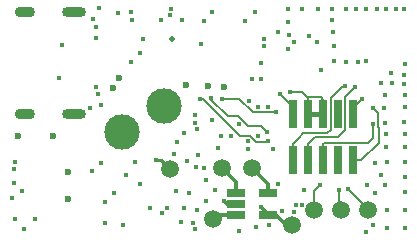
<source format=gbr>
%TF.GenerationSoftware,KiCad,Pcbnew,(5.1.9)-1*%
%TF.CreationDate,2021-05-29T14:53:35+02:00*%
%TF.ProjectId,Speed_sensor,53706565-645f-4736-956e-736f722e6b69,1.0*%
%TF.SameCoordinates,Original*%
%TF.FileFunction,Copper,L4,Bot*%
%TF.FilePolarity,Positive*%
%FSLAX46Y46*%
G04 Gerber Fmt 4.6, Leading zero omitted, Abs format (unit mm)*
G04 Created by KiCad (PCBNEW (5.1.9)-1) date 2021-05-29 14:53:35*
%MOMM*%
%LPD*%
G01*
G04 APERTURE LIST*
%TA.AperFunction,SMDPad,CuDef*%
%ADD10R,0.740000X2.400000*%
%TD*%
%TA.AperFunction,ComponentPad*%
%ADD11C,0.508000*%
%TD*%
%TA.AperFunction,ComponentPad*%
%ADD12C,3.000000*%
%TD*%
%TA.AperFunction,ComponentPad*%
%ADD13O,2.000000X0.900000*%
%TD*%
%TA.AperFunction,ComponentPad*%
%ADD14O,1.700000X0.900000*%
%TD*%
%TA.AperFunction,SMDPad,CuDef*%
%ADD15R,1.560000X0.650000*%
%TD*%
%TA.AperFunction,SMDPad,CuDef*%
%ADD16C,1.500000*%
%TD*%
%TA.AperFunction,ViaPad*%
%ADD17C,0.400000*%
%TD*%
%TA.AperFunction,ViaPad*%
%ADD18C,0.600000*%
%TD*%
%TA.AperFunction,Conductor*%
%ADD19C,0.250000*%
%TD*%
%TA.AperFunction,Conductor*%
%ADD20C,0.200000*%
%TD*%
%TA.AperFunction,Conductor*%
%ADD21C,0.150000*%
%TD*%
%TA.AperFunction,Conductor*%
%ADD22C,0.300000*%
%TD*%
%TA.AperFunction,Conductor*%
%ADD23C,0.400000*%
%TD*%
G04 APERTURE END LIST*
D10*
%TO.P,J2,10*%
%TO.N,~RESET~*%
X63000000Y-49890000D03*
%TO.P,J2,9*%
%TO.N,GND*%
X63000000Y-45990000D03*
%TO.P,J2,8*%
%TO.N,Net-(J2-Pad8)*%
X61730000Y-49890000D03*
%TO.P,J2,7*%
%TO.N,Net-(J2-Pad7)*%
X61730000Y-45990000D03*
%TO.P,J2,6*%
%TO.N,SWO*%
X60460000Y-49890000D03*
%TO.P,J2,5*%
%TO.N,GND*%
X60460000Y-45990000D03*
%TO.P,J2,4*%
%TO.N,SWDCLK*%
X59190000Y-49890000D03*
%TO.P,J2,3*%
%TO.N,GND*%
X59190000Y-45990000D03*
%TO.P,J2,2*%
%TO.N,SWDIO*%
X57920000Y-49890000D03*
%TO.P,J2,1*%
%TO.N,+3V0*%
X57920000Y-45990000D03*
%TD*%
D11*
%TO.P,U1,V*%
%TO.N,N/C*%
X47675800Y-39598600D03*
%TD*%
D12*
%TO.P,H17,1*%
%TO.N,+BATT*%
X43434000Y-47498000D03*
%TD*%
%TO.P,H18,1*%
%TO.N,GND*%
X46990000Y-45339000D03*
%TD*%
D13*
%TO.P,J1,S1*%
%TO.N,Net-(J1-PadS1)*%
X39395000Y-37336000D03*
X39395000Y-45976000D03*
D14*
X35225000Y-37336000D03*
X35225000Y-45976000D03*
%TD*%
D15*
%TO.P,U2,1*%
%TO.N,Net-(TP1-Pad1)*%
X53133000Y-54544000D03*
%TO.P,U2,2*%
%TO.N,GND*%
X53133000Y-53594000D03*
%TO.P,U2,3*%
%TO.N,Net-(TP2-Pad1)*%
X53133000Y-52644000D03*
%TO.P,U2,4*%
%TO.N,Net-(TP3-Pad1)*%
X55833000Y-52644000D03*
%TO.P,U2,5*%
%TO.N,+3V0*%
X55833000Y-54544000D03*
%TD*%
D16*
%TO.P,H1,1*%
%TO.N,+3V0*%
X57835800Y-55410100D03*
%TD*%
%TO.P,H3,1*%
%TO.N,BUCK_PGOOD*%
X47510000Y-50670000D03*
%TD*%
%TO.P,H6,1*%
%TO.N,AIN1*%
X59710000Y-54102000D03*
%TD*%
%TO.P,H7,1*%
%TO.N,AIN2*%
X61976000Y-54102000D03*
%TD*%
%TO.P,H8,1*%
%TO.N,AIN3*%
X64262000Y-54102000D03*
%TD*%
%TO.P,TP1,1*%
%TO.N,Net-(TP1-Pad1)*%
X51182001Y-54864000D03*
%TD*%
%TO.P,TP2,1*%
%TO.N,Net-(TP2-Pad1)*%
X51943000Y-50546000D03*
%TD*%
%TO.P,TP3,1*%
%TO.N,Net-(TP3-Pad1)*%
X54483000Y-50546000D03*
%TD*%
D17*
%TO.N,+5V*%
X41219700Y-43720302D03*
X41500000Y-37000000D03*
X43100000Y-37400000D03*
X44200000Y-37300000D03*
X44300000Y-38000000D03*
X38100000Y-42926000D03*
X38354000Y-40132000D03*
X41376600Y-44259500D03*
X41287700Y-39535100D03*
%TO.N,BUCK_PGOOD*%
X46355000Y-49911000D03*
%TO.N,SPI_01_CS*%
X56480000Y-45835840D03*
X51940000Y-44680000D03*
%TO.N,AIN1*%
X60255360Y-51963030D03*
%TO.N,AIN2*%
X61821635Y-52376765D03*
%TO.N,AIN3*%
X62598300Y-52324000D03*
%TO.N,SWDIO*%
X62300000Y-43600000D03*
%TO.N,SWDCLK*%
X63200000Y-43700000D03*
%TO.N,SWO*%
X64673000Y-46800000D03*
%TO.N,~RESET~*%
X64700000Y-45500000D03*
%TO.N,SPI_MISO*%
X51020000Y-44660000D03*
X55730000Y-47489840D03*
%TO.N,SPI_MOSI*%
X50040000Y-44740000D03*
X55830000Y-48300000D03*
%TO.N,+3V0*%
X49500000Y-55190000D03*
X48920000Y-49980000D03*
X47820000Y-49360000D03*
X48450000Y-55080000D03*
X46860000Y-54320000D03*
X47250000Y-53900000D03*
X48710000Y-53960000D03*
X48040000Y-52510000D03*
X55245000Y-53848000D03*
X49657000Y-55753000D03*
X53340000Y-46863000D03*
X52705000Y-47879000D03*
X51816000Y-47879000D03*
X51562000Y-48895000D03*
X64897000Y-50165000D03*
X65405000Y-51181000D03*
X56642000Y-51943000D03*
X55820000Y-45400000D03*
X56850000Y-44320000D03*
%TO.N,GND*%
X41021000Y-37973000D03*
X40767000Y-45466000D03*
X45250000Y-39650601D03*
X50130000Y-40050600D03*
X44210000Y-41600000D03*
X44940000Y-40790000D03*
X46750000Y-38060000D03*
X47530000Y-37570000D03*
X47630000Y-37050000D03*
X48520000Y-38060000D03*
X53870000Y-38080000D03*
X54670000Y-37330000D03*
X56650000Y-39020000D03*
X54200000Y-44880000D03*
X64190000Y-51970000D03*
X64850000Y-52660000D03*
X64710000Y-55370000D03*
X64080000Y-55940000D03*
X58820000Y-52410000D03*
X58160000Y-53640000D03*
X54760000Y-55502002D03*
X53340000Y-55850000D03*
X50570000Y-53340000D03*
X49760000Y-54070000D03*
X49090000Y-52670000D03*
X50600000Y-51550000D03*
X50390000Y-50540000D03*
X49740000Y-50480000D03*
X60290000Y-42240000D03*
X65360000Y-43330000D03*
X66280000Y-43360000D03*
X66260000Y-42470000D03*
X57531000Y-40513000D03*
X58039000Y-39878000D03*
X59309000Y-39370000D03*
X59944000Y-39878000D03*
X51308000Y-52451000D03*
X52070000Y-53340000D03*
X42037000Y-53467000D03*
X34417000Y-54864000D03*
X36068000Y-54864000D03*
X35179000Y-55753000D03*
X34290000Y-50673000D03*
X34417000Y-50038000D03*
X40894000Y-50800000D03*
X41656000Y-50165000D03*
X42799000Y-52705000D03*
D18*
X38862000Y-50927000D03*
X38862000Y-53213000D03*
X43180000Y-42926000D03*
X42672000Y-43815000D03*
D17*
X54991000Y-47879000D03*
X51054000Y-46482000D03*
X49784000Y-47244000D03*
X49657000Y-46736000D03*
X49657000Y-46101000D03*
X54102000Y-48973000D03*
X54102000Y-48260000D03*
X44958000Y-51943000D03*
X44580267Y-50037184D03*
X45847000Y-53901902D03*
X67325000Y-37050000D03*
X66625000Y-37050000D03*
X65825000Y-37075000D03*
X65050000Y-37075000D03*
X64125000Y-37075000D03*
X63300000Y-37050000D03*
X62400000Y-37050000D03*
X61225000Y-37075000D03*
X61225000Y-38050000D03*
X61275000Y-39075000D03*
X61375000Y-40250000D03*
X61425000Y-41475000D03*
X62375000Y-41600000D03*
X63425000Y-41575000D03*
X64100000Y-41525000D03*
X67425000Y-41725000D03*
X67350000Y-42650000D03*
X67325000Y-43475000D03*
X67375000Y-44350000D03*
X67425000Y-45425000D03*
X67350000Y-46675000D03*
X65700000Y-46700000D03*
X65650000Y-45500000D03*
X65750000Y-44375000D03*
X60050000Y-37125000D03*
X58725000Y-37100000D03*
X57500000Y-37125000D03*
X57500000Y-38200000D03*
X57550000Y-39250000D03*
X67400000Y-47700000D03*
X67400000Y-48800000D03*
X65800000Y-48800000D03*
X65800000Y-47700000D03*
X57700000Y-44100000D03*
X63800000Y-44700000D03*
X55499000Y-39624000D03*
X55245000Y-41656000D03*
X55245000Y-43053000D03*
X54991000Y-45420001D03*
X54483000Y-43053000D03*
X55431002Y-40259000D03*
X56193029Y-48963029D03*
X65900000Y-50000000D03*
X67400000Y-50000000D03*
X67400000Y-51300000D03*
X67400000Y-52600000D03*
X67400000Y-55600000D03*
X67400000Y-54100000D03*
X65900000Y-55600000D03*
X65900000Y-54100000D03*
X65700000Y-52000000D03*
X48704500Y-47625000D03*
X49847500Y-49466500D03*
X48133000Y-48323500D03*
D18*
X34607500Y-47815500D03*
D17*
X57010300Y-54190900D03*
X58026300Y-54254400D03*
X58674000Y-53657500D03*
X41236900Y-38582600D03*
X41694100Y-45212000D03*
X55867300Y-55384700D03*
%TO.N,+BATT*%
X43561000Y-55372000D03*
X42037000Y-55245000D03*
X34163000Y-53086000D03*
X34962500Y-52488500D03*
X34290000Y-51816000D03*
D18*
X48895000Y-43561000D03*
X50753000Y-43584500D03*
X52070000Y-43688000D03*
D17*
X43815000Y-51181000D03*
X50400000Y-38100000D03*
X51100000Y-37300000D03*
D18*
X37592000Y-47815500D03*
%TD*%
D19*
%TO.N,BUCK_PGOOD*%
X46751000Y-49911000D02*
X47510000Y-50670000D01*
X46355000Y-49911000D02*
X46751000Y-49911000D01*
D20*
%TO.N,SPI_01_CS*%
X56160000Y-45835840D02*
X56480000Y-45835840D01*
X56148839Y-45847001D02*
X56160000Y-45835840D01*
X54527001Y-45847001D02*
X56148839Y-45847001D01*
X53360000Y-44680000D02*
X54527001Y-45847001D01*
X51940000Y-44680000D02*
X53360000Y-44680000D01*
D21*
%TO.N,AIN1*%
X59710000Y-52508390D02*
X59710000Y-54102000D01*
X60255360Y-51963030D02*
X59710000Y-52508390D01*
%TO.N,AIN2*%
X61821635Y-53947635D02*
X61976000Y-54102000D01*
X61821635Y-52376765D02*
X61821635Y-53947635D01*
%TO.N,AIN3*%
X64262000Y-53987700D02*
X64262000Y-54102000D01*
X62598300Y-52324000D02*
X64262000Y-53987700D01*
D20*
%TO.N,SWDIO*%
X62141398Y-43600000D02*
X62300000Y-43600000D01*
X61132999Y-47295603D02*
X61132999Y-44608399D01*
X60828602Y-47600000D02*
X61132999Y-47295603D01*
X61132999Y-44608399D02*
X62141398Y-43600000D01*
X58800000Y-47600000D02*
X60828602Y-47600000D01*
X58430000Y-47970000D02*
X58800000Y-47600000D01*
X58430000Y-47980000D02*
X58430000Y-47970000D01*
X57920000Y-48490000D02*
X58430000Y-47980000D01*
X57920000Y-49890000D02*
X57920000Y-48490000D01*
%TO.N,SWDCLK*%
X62327001Y-47371601D02*
X62327001Y-44572999D01*
X62327001Y-44572999D02*
X63200000Y-43700000D01*
X59752990Y-47927010D02*
X61771592Y-47927010D01*
X61771592Y-47927010D02*
X62327001Y-47371601D01*
X59190000Y-48490000D02*
X59752990Y-47927010D01*
X59190000Y-49890000D02*
X59190000Y-48490000D01*
%TO.N,SWO*%
X60460000Y-48490000D02*
X60550000Y-48400000D01*
X60460000Y-49890000D02*
X60460000Y-48490000D01*
X60550000Y-48400000D02*
X64300000Y-48400000D01*
X64673000Y-48027000D02*
X64673000Y-46800000D01*
X64300000Y-48400000D02*
X64673000Y-48027000D01*
%TO.N,~RESET~*%
X63000000Y-49890000D02*
X63710000Y-49890000D01*
X63710000Y-49890000D02*
X65200000Y-48400000D01*
X65200000Y-47200000D02*
X65100000Y-47100000D01*
X65200000Y-48400000D02*
X65200000Y-47200000D01*
X65100000Y-45900000D02*
X64700000Y-45500000D01*
X65100000Y-47100000D02*
X65100000Y-45900000D01*
%TO.N,SPI_MISO*%
X51020000Y-44751962D02*
X51020000Y-44660000D01*
X52442047Y-46174009D02*
X51020000Y-44751962D01*
X53286009Y-46174009D02*
X52442047Y-46174009D01*
X54089300Y-46977300D02*
X53286009Y-46174009D01*
X55217460Y-46977300D02*
X54089300Y-46977300D01*
X55730000Y-47489840D02*
X55217460Y-46977300D01*
%TO.N,SPI_MOSI*%
X54786039Y-48306001D02*
X55563999Y-48306001D01*
X54313037Y-47832999D02*
X54786039Y-48306001D01*
X53415841Y-47832999D02*
X54313037Y-47832999D01*
X50322842Y-44740000D02*
X53415841Y-47832999D01*
X50040000Y-44740000D02*
X50322842Y-44740000D01*
X55823999Y-48306001D02*
X55830000Y-48300000D01*
X55563999Y-48306001D02*
X55823999Y-48306001D01*
D22*
%TO.N,+3V0*%
X55833000Y-54436000D02*
X55245000Y-53848000D01*
X55833000Y-54544000D02*
X55833000Y-54436000D01*
D20*
X57920000Y-45990000D02*
X57920000Y-45120000D01*
X57248038Y-55300000D02*
X57400000Y-55300000D01*
X57920000Y-45390000D02*
X56850000Y-44320000D01*
X57920000Y-45990000D02*
X57920000Y-45390000D01*
D22*
X55833000Y-54544000D02*
X56474400Y-54544000D01*
X57340500Y-55410100D02*
X57835800Y-55410100D01*
X56474400Y-54544000D02*
X57340500Y-55410100D01*
%TO.N,GND*%
X52324000Y-53594000D02*
X52070000Y-53340000D01*
X53133000Y-53594000D02*
X52324000Y-53594000D01*
D23*
X59190000Y-45990000D02*
X60460000Y-45990000D01*
D20*
X58700000Y-44100000D02*
X57700000Y-44100000D01*
X59190000Y-44590000D02*
X58700000Y-44100000D01*
X59190000Y-45990000D02*
X59190000Y-44590000D01*
X59217001Y-44562999D02*
X59190000Y-44590000D01*
X60460000Y-44760000D02*
X60262999Y-44562999D01*
X60460000Y-45990000D02*
X60460000Y-44760000D01*
X60262999Y-44562999D02*
X59217001Y-44562999D01*
X63000000Y-45500000D02*
X63800000Y-44700000D01*
X63000000Y-45990000D02*
X63000000Y-45500000D01*
D22*
%TO.N,Net-(TP1-Pad1)*%
X51502001Y-54544000D02*
X51182001Y-54864000D01*
X53133000Y-54544000D02*
X51502001Y-54544000D01*
%TO.N,Net-(TP2-Pad1)*%
X53133000Y-51736000D02*
X51943000Y-50546000D01*
X53133000Y-52644000D02*
X53133000Y-51736000D01*
%TO.N,Net-(TP3-Pad1)*%
X55833000Y-51896000D02*
X54483000Y-50546000D01*
X55833000Y-52644000D02*
X55833000Y-51896000D01*
%TD*%
M02*

</source>
